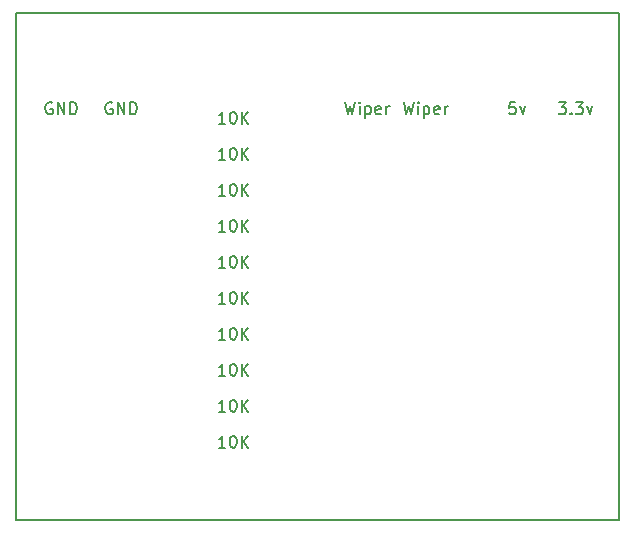
<source format=gbr>
G04 #@! TF.FileFunction,Other,Fab,Top*
%FSLAX46Y46*%
G04 Gerber Fmt 4.6, Leading zero omitted, Abs format (unit mm)*
G04 Created by KiCad (PCBNEW 4.1.0-alpha+201605292346+6852~44~ubuntu15.10.1-product) date Wed Jun  1 10:44:58 2016*
%MOMM*%
%LPD*%
G01*
G04 APERTURE LIST*
%ADD10C,0.050000*%
%ADD11C,0.150000*%
G04 APERTURE END LIST*
D10*
D11*
X124206000Y-141478000D02*
X123444000Y-141478000D01*
X124206000Y-98552000D02*
X123444000Y-98552000D01*
X124206000Y-98552000D02*
X129413000Y-98552000D01*
X123444000Y-141478000D02*
X123444000Y-98552000D01*
X174498000Y-141478000D02*
X124206000Y-141478000D01*
X174498000Y-98552000D02*
X174498000Y-141478000D01*
X129413000Y-98552000D02*
X174498000Y-98552000D01*
X165719142Y-106080380D02*
X165242952Y-106080380D01*
X165195333Y-106556571D01*
X165242952Y-106508952D01*
X165338190Y-106461333D01*
X165576285Y-106461333D01*
X165671523Y-106508952D01*
X165719142Y-106556571D01*
X165766761Y-106651809D01*
X165766761Y-106889904D01*
X165719142Y-106985142D01*
X165671523Y-107032761D01*
X165576285Y-107080380D01*
X165338190Y-107080380D01*
X165242952Y-107032761D01*
X165195333Y-106985142D01*
X166100095Y-106413714D02*
X166338190Y-107080380D01*
X166576285Y-106413714D01*
X169386428Y-106080380D02*
X170005476Y-106080380D01*
X169672142Y-106461333D01*
X169815000Y-106461333D01*
X169910238Y-106508952D01*
X169957857Y-106556571D01*
X170005476Y-106651809D01*
X170005476Y-106889904D01*
X169957857Y-106985142D01*
X169910238Y-107032761D01*
X169815000Y-107080380D01*
X169529285Y-107080380D01*
X169434047Y-107032761D01*
X169386428Y-106985142D01*
X170434047Y-106985142D02*
X170481666Y-107032761D01*
X170434047Y-107080380D01*
X170386428Y-107032761D01*
X170434047Y-106985142D01*
X170434047Y-107080380D01*
X170815000Y-106080380D02*
X171434047Y-106080380D01*
X171100714Y-106461333D01*
X171243571Y-106461333D01*
X171338809Y-106508952D01*
X171386428Y-106556571D01*
X171434047Y-106651809D01*
X171434047Y-106889904D01*
X171386428Y-106985142D01*
X171338809Y-107032761D01*
X171243571Y-107080380D01*
X170957857Y-107080380D01*
X170862619Y-107032761D01*
X170815000Y-106985142D01*
X171767380Y-106413714D02*
X172005476Y-107080380D01*
X172243571Y-106413714D01*
X151304857Y-106080380D02*
X151542952Y-107080380D01*
X151733428Y-106366095D01*
X151923904Y-107080380D01*
X152162000Y-106080380D01*
X152542952Y-107080380D02*
X152542952Y-106413714D01*
X152542952Y-106080380D02*
X152495333Y-106128000D01*
X152542952Y-106175619D01*
X152590571Y-106128000D01*
X152542952Y-106080380D01*
X152542952Y-106175619D01*
X153019142Y-106413714D02*
X153019142Y-107413714D01*
X153019142Y-106461333D02*
X153114380Y-106413714D01*
X153304857Y-106413714D01*
X153400095Y-106461333D01*
X153447714Y-106508952D01*
X153495333Y-106604190D01*
X153495333Y-106889904D01*
X153447714Y-106985142D01*
X153400095Y-107032761D01*
X153304857Y-107080380D01*
X153114380Y-107080380D01*
X153019142Y-107032761D01*
X154304857Y-107032761D02*
X154209619Y-107080380D01*
X154019142Y-107080380D01*
X153923904Y-107032761D01*
X153876285Y-106937523D01*
X153876285Y-106556571D01*
X153923904Y-106461333D01*
X154019142Y-106413714D01*
X154209619Y-106413714D01*
X154304857Y-106461333D01*
X154352476Y-106556571D01*
X154352476Y-106651809D01*
X153876285Y-106747047D01*
X154781047Y-107080380D02*
X154781047Y-106413714D01*
X154781047Y-106604190D02*
X154828666Y-106508952D01*
X154876285Y-106461333D01*
X154971523Y-106413714D01*
X155066761Y-106413714D01*
X156257857Y-106080380D02*
X156495952Y-107080380D01*
X156686428Y-106366095D01*
X156876904Y-107080380D01*
X157115000Y-106080380D01*
X157495952Y-107080380D02*
X157495952Y-106413714D01*
X157495952Y-106080380D02*
X157448333Y-106128000D01*
X157495952Y-106175619D01*
X157543571Y-106128000D01*
X157495952Y-106080380D01*
X157495952Y-106175619D01*
X157972142Y-106413714D02*
X157972142Y-107413714D01*
X157972142Y-106461333D02*
X158067380Y-106413714D01*
X158257857Y-106413714D01*
X158353095Y-106461333D01*
X158400714Y-106508952D01*
X158448333Y-106604190D01*
X158448333Y-106889904D01*
X158400714Y-106985142D01*
X158353095Y-107032761D01*
X158257857Y-107080380D01*
X158067380Y-107080380D01*
X157972142Y-107032761D01*
X159257857Y-107032761D02*
X159162619Y-107080380D01*
X158972142Y-107080380D01*
X158876904Y-107032761D01*
X158829285Y-106937523D01*
X158829285Y-106556571D01*
X158876904Y-106461333D01*
X158972142Y-106413714D01*
X159162619Y-106413714D01*
X159257857Y-106461333D01*
X159305476Y-106556571D01*
X159305476Y-106651809D01*
X158829285Y-106747047D01*
X159734047Y-107080380D02*
X159734047Y-106413714D01*
X159734047Y-106604190D02*
X159781666Y-106508952D01*
X159829285Y-106461333D01*
X159924523Y-106413714D01*
X160019761Y-106413714D01*
X131572095Y-106128000D02*
X131476857Y-106080380D01*
X131334000Y-106080380D01*
X131191142Y-106128000D01*
X131095904Y-106223238D01*
X131048285Y-106318476D01*
X131000666Y-106508952D01*
X131000666Y-106651809D01*
X131048285Y-106842285D01*
X131095904Y-106937523D01*
X131191142Y-107032761D01*
X131334000Y-107080380D01*
X131429238Y-107080380D01*
X131572095Y-107032761D01*
X131619714Y-106985142D01*
X131619714Y-106651809D01*
X131429238Y-106651809D01*
X132048285Y-107080380D02*
X132048285Y-106080380D01*
X132619714Y-107080380D01*
X132619714Y-106080380D01*
X133095904Y-107080380D02*
X133095904Y-106080380D01*
X133334000Y-106080380D01*
X133476857Y-106128000D01*
X133572095Y-106223238D01*
X133619714Y-106318476D01*
X133667333Y-106508952D01*
X133667333Y-106651809D01*
X133619714Y-106842285D01*
X133572095Y-106937523D01*
X133476857Y-107032761D01*
X133334000Y-107080380D01*
X133095904Y-107080380D01*
X126492095Y-106128000D02*
X126396857Y-106080380D01*
X126254000Y-106080380D01*
X126111142Y-106128000D01*
X126015904Y-106223238D01*
X125968285Y-106318476D01*
X125920666Y-106508952D01*
X125920666Y-106651809D01*
X125968285Y-106842285D01*
X126015904Y-106937523D01*
X126111142Y-107032761D01*
X126254000Y-107080380D01*
X126349238Y-107080380D01*
X126492095Y-107032761D01*
X126539714Y-106985142D01*
X126539714Y-106651809D01*
X126349238Y-106651809D01*
X126968285Y-107080380D02*
X126968285Y-106080380D01*
X127539714Y-107080380D01*
X127539714Y-106080380D01*
X128015904Y-107080380D02*
X128015904Y-106080380D01*
X128254000Y-106080380D01*
X128396857Y-106128000D01*
X128492095Y-106223238D01*
X128539714Y-106318476D01*
X128587333Y-106508952D01*
X128587333Y-106651809D01*
X128539714Y-106842285D01*
X128492095Y-106937523D01*
X128396857Y-107032761D01*
X128254000Y-107080380D01*
X128015904Y-107080380D01*
X141168523Y-135326380D02*
X140597095Y-135326380D01*
X140882809Y-135326380D02*
X140882809Y-134326380D01*
X140787571Y-134469238D01*
X140692333Y-134564476D01*
X140597095Y-134612095D01*
X141787571Y-134326380D02*
X141882809Y-134326380D01*
X141978047Y-134374000D01*
X142025666Y-134421619D01*
X142073285Y-134516857D01*
X142120904Y-134707333D01*
X142120904Y-134945428D01*
X142073285Y-135135904D01*
X142025666Y-135231142D01*
X141978047Y-135278761D01*
X141882809Y-135326380D01*
X141787571Y-135326380D01*
X141692333Y-135278761D01*
X141644714Y-135231142D01*
X141597095Y-135135904D01*
X141549476Y-134945428D01*
X141549476Y-134707333D01*
X141597095Y-134516857D01*
X141644714Y-134421619D01*
X141692333Y-134374000D01*
X141787571Y-134326380D01*
X142549476Y-135326380D02*
X142549476Y-134326380D01*
X143120904Y-135326380D02*
X142692333Y-134754952D01*
X143120904Y-134326380D02*
X142549476Y-134897809D01*
X141168523Y-132278380D02*
X140597095Y-132278380D01*
X140882809Y-132278380D02*
X140882809Y-131278380D01*
X140787571Y-131421238D01*
X140692333Y-131516476D01*
X140597095Y-131564095D01*
X141787571Y-131278380D02*
X141882809Y-131278380D01*
X141978047Y-131326000D01*
X142025666Y-131373619D01*
X142073285Y-131468857D01*
X142120904Y-131659333D01*
X142120904Y-131897428D01*
X142073285Y-132087904D01*
X142025666Y-132183142D01*
X141978047Y-132230761D01*
X141882809Y-132278380D01*
X141787571Y-132278380D01*
X141692333Y-132230761D01*
X141644714Y-132183142D01*
X141597095Y-132087904D01*
X141549476Y-131897428D01*
X141549476Y-131659333D01*
X141597095Y-131468857D01*
X141644714Y-131373619D01*
X141692333Y-131326000D01*
X141787571Y-131278380D01*
X142549476Y-132278380D02*
X142549476Y-131278380D01*
X143120904Y-132278380D02*
X142692333Y-131706952D01*
X143120904Y-131278380D02*
X142549476Y-131849809D01*
X141168523Y-129230380D02*
X140597095Y-129230380D01*
X140882809Y-129230380D02*
X140882809Y-128230380D01*
X140787571Y-128373238D01*
X140692333Y-128468476D01*
X140597095Y-128516095D01*
X141787571Y-128230380D02*
X141882809Y-128230380D01*
X141978047Y-128278000D01*
X142025666Y-128325619D01*
X142073285Y-128420857D01*
X142120904Y-128611333D01*
X142120904Y-128849428D01*
X142073285Y-129039904D01*
X142025666Y-129135142D01*
X141978047Y-129182761D01*
X141882809Y-129230380D01*
X141787571Y-129230380D01*
X141692333Y-129182761D01*
X141644714Y-129135142D01*
X141597095Y-129039904D01*
X141549476Y-128849428D01*
X141549476Y-128611333D01*
X141597095Y-128420857D01*
X141644714Y-128325619D01*
X141692333Y-128278000D01*
X141787571Y-128230380D01*
X142549476Y-129230380D02*
X142549476Y-128230380D01*
X143120904Y-129230380D02*
X142692333Y-128658952D01*
X143120904Y-128230380D02*
X142549476Y-128801809D01*
X141168523Y-126182380D02*
X140597095Y-126182380D01*
X140882809Y-126182380D02*
X140882809Y-125182380D01*
X140787571Y-125325238D01*
X140692333Y-125420476D01*
X140597095Y-125468095D01*
X141787571Y-125182380D02*
X141882809Y-125182380D01*
X141978047Y-125230000D01*
X142025666Y-125277619D01*
X142073285Y-125372857D01*
X142120904Y-125563333D01*
X142120904Y-125801428D01*
X142073285Y-125991904D01*
X142025666Y-126087142D01*
X141978047Y-126134761D01*
X141882809Y-126182380D01*
X141787571Y-126182380D01*
X141692333Y-126134761D01*
X141644714Y-126087142D01*
X141597095Y-125991904D01*
X141549476Y-125801428D01*
X141549476Y-125563333D01*
X141597095Y-125372857D01*
X141644714Y-125277619D01*
X141692333Y-125230000D01*
X141787571Y-125182380D01*
X142549476Y-126182380D02*
X142549476Y-125182380D01*
X143120904Y-126182380D02*
X142692333Y-125610952D01*
X143120904Y-125182380D02*
X142549476Y-125753809D01*
X141168523Y-123134380D02*
X140597095Y-123134380D01*
X140882809Y-123134380D02*
X140882809Y-122134380D01*
X140787571Y-122277238D01*
X140692333Y-122372476D01*
X140597095Y-122420095D01*
X141787571Y-122134380D02*
X141882809Y-122134380D01*
X141978047Y-122182000D01*
X142025666Y-122229619D01*
X142073285Y-122324857D01*
X142120904Y-122515333D01*
X142120904Y-122753428D01*
X142073285Y-122943904D01*
X142025666Y-123039142D01*
X141978047Y-123086761D01*
X141882809Y-123134380D01*
X141787571Y-123134380D01*
X141692333Y-123086761D01*
X141644714Y-123039142D01*
X141597095Y-122943904D01*
X141549476Y-122753428D01*
X141549476Y-122515333D01*
X141597095Y-122324857D01*
X141644714Y-122229619D01*
X141692333Y-122182000D01*
X141787571Y-122134380D01*
X142549476Y-123134380D02*
X142549476Y-122134380D01*
X143120904Y-123134380D02*
X142692333Y-122562952D01*
X143120904Y-122134380D02*
X142549476Y-122705809D01*
X141168523Y-120086380D02*
X140597095Y-120086380D01*
X140882809Y-120086380D02*
X140882809Y-119086380D01*
X140787571Y-119229238D01*
X140692333Y-119324476D01*
X140597095Y-119372095D01*
X141787571Y-119086380D02*
X141882809Y-119086380D01*
X141978047Y-119134000D01*
X142025666Y-119181619D01*
X142073285Y-119276857D01*
X142120904Y-119467333D01*
X142120904Y-119705428D01*
X142073285Y-119895904D01*
X142025666Y-119991142D01*
X141978047Y-120038761D01*
X141882809Y-120086380D01*
X141787571Y-120086380D01*
X141692333Y-120038761D01*
X141644714Y-119991142D01*
X141597095Y-119895904D01*
X141549476Y-119705428D01*
X141549476Y-119467333D01*
X141597095Y-119276857D01*
X141644714Y-119181619D01*
X141692333Y-119134000D01*
X141787571Y-119086380D01*
X142549476Y-120086380D02*
X142549476Y-119086380D01*
X143120904Y-120086380D02*
X142692333Y-119514952D01*
X143120904Y-119086380D02*
X142549476Y-119657809D01*
X141168523Y-117038380D02*
X140597095Y-117038380D01*
X140882809Y-117038380D02*
X140882809Y-116038380D01*
X140787571Y-116181238D01*
X140692333Y-116276476D01*
X140597095Y-116324095D01*
X141787571Y-116038380D02*
X141882809Y-116038380D01*
X141978047Y-116086000D01*
X142025666Y-116133619D01*
X142073285Y-116228857D01*
X142120904Y-116419333D01*
X142120904Y-116657428D01*
X142073285Y-116847904D01*
X142025666Y-116943142D01*
X141978047Y-116990761D01*
X141882809Y-117038380D01*
X141787571Y-117038380D01*
X141692333Y-116990761D01*
X141644714Y-116943142D01*
X141597095Y-116847904D01*
X141549476Y-116657428D01*
X141549476Y-116419333D01*
X141597095Y-116228857D01*
X141644714Y-116133619D01*
X141692333Y-116086000D01*
X141787571Y-116038380D01*
X142549476Y-117038380D02*
X142549476Y-116038380D01*
X143120904Y-117038380D02*
X142692333Y-116466952D01*
X143120904Y-116038380D02*
X142549476Y-116609809D01*
X141168523Y-113990380D02*
X140597095Y-113990380D01*
X140882809Y-113990380D02*
X140882809Y-112990380D01*
X140787571Y-113133238D01*
X140692333Y-113228476D01*
X140597095Y-113276095D01*
X141787571Y-112990380D02*
X141882809Y-112990380D01*
X141978047Y-113038000D01*
X142025666Y-113085619D01*
X142073285Y-113180857D01*
X142120904Y-113371333D01*
X142120904Y-113609428D01*
X142073285Y-113799904D01*
X142025666Y-113895142D01*
X141978047Y-113942761D01*
X141882809Y-113990380D01*
X141787571Y-113990380D01*
X141692333Y-113942761D01*
X141644714Y-113895142D01*
X141597095Y-113799904D01*
X141549476Y-113609428D01*
X141549476Y-113371333D01*
X141597095Y-113180857D01*
X141644714Y-113085619D01*
X141692333Y-113038000D01*
X141787571Y-112990380D01*
X142549476Y-113990380D02*
X142549476Y-112990380D01*
X143120904Y-113990380D02*
X142692333Y-113418952D01*
X143120904Y-112990380D02*
X142549476Y-113561809D01*
X141168523Y-110942380D02*
X140597095Y-110942380D01*
X140882809Y-110942380D02*
X140882809Y-109942380D01*
X140787571Y-110085238D01*
X140692333Y-110180476D01*
X140597095Y-110228095D01*
X141787571Y-109942380D02*
X141882809Y-109942380D01*
X141978047Y-109990000D01*
X142025666Y-110037619D01*
X142073285Y-110132857D01*
X142120904Y-110323333D01*
X142120904Y-110561428D01*
X142073285Y-110751904D01*
X142025666Y-110847142D01*
X141978047Y-110894761D01*
X141882809Y-110942380D01*
X141787571Y-110942380D01*
X141692333Y-110894761D01*
X141644714Y-110847142D01*
X141597095Y-110751904D01*
X141549476Y-110561428D01*
X141549476Y-110323333D01*
X141597095Y-110132857D01*
X141644714Y-110037619D01*
X141692333Y-109990000D01*
X141787571Y-109942380D01*
X142549476Y-110942380D02*
X142549476Y-109942380D01*
X143120904Y-110942380D02*
X142692333Y-110370952D01*
X143120904Y-109942380D02*
X142549476Y-110513809D01*
X141168523Y-107894380D02*
X140597095Y-107894380D01*
X140882809Y-107894380D02*
X140882809Y-106894380D01*
X140787571Y-107037238D01*
X140692333Y-107132476D01*
X140597095Y-107180095D01*
X141787571Y-106894380D02*
X141882809Y-106894380D01*
X141978047Y-106942000D01*
X142025666Y-106989619D01*
X142073285Y-107084857D01*
X142120904Y-107275333D01*
X142120904Y-107513428D01*
X142073285Y-107703904D01*
X142025666Y-107799142D01*
X141978047Y-107846761D01*
X141882809Y-107894380D01*
X141787571Y-107894380D01*
X141692333Y-107846761D01*
X141644714Y-107799142D01*
X141597095Y-107703904D01*
X141549476Y-107513428D01*
X141549476Y-107275333D01*
X141597095Y-107084857D01*
X141644714Y-106989619D01*
X141692333Y-106942000D01*
X141787571Y-106894380D01*
X142549476Y-107894380D02*
X142549476Y-106894380D01*
X143120904Y-107894380D02*
X142692333Y-107322952D01*
X143120904Y-106894380D02*
X142549476Y-107465809D01*
M02*

</source>
